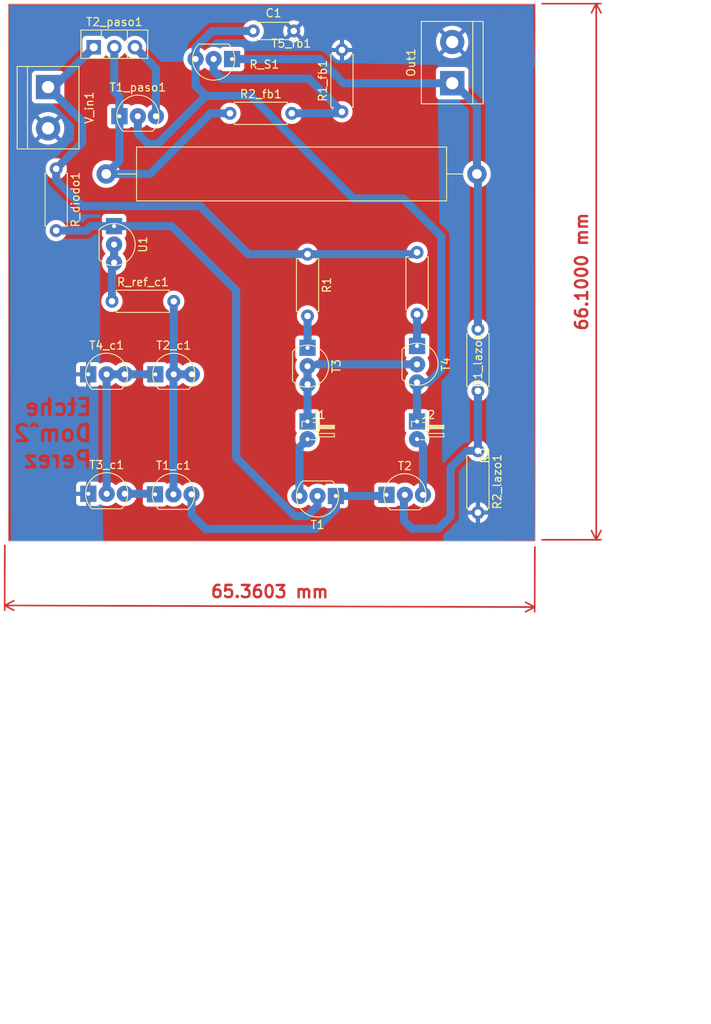
<source format=kicad_pcb>
(kicad_pcb (version 20240108) (generator "pcbnew") (generator_version "8.0")
  (layers (0 "F.Cu" signal) (31 "B.Cu" signal) (34 "B.Paste" user) (35 "F.Paste" user) (36 "B.SilkS" user "B.Silkscreen") (37 "F.SilkS" user "F.Silkscreen") (38 "B.Mask" user) (39 "F.Mask" user) (44 "Edge.Cuts" user))
  (net 0 "")
  (net 1 "GND")
  (net 2 "Net-(J2-Pin_1)")
  (net 3 "Net-(J1-Pin_2)")
  (net 4 "Net-(J1-Pin_1)")
  (net 5 "Net-(J2-Pin_2)")
  (net 6 "Net-(Out1-Pin_1)")
  (net 7 "Net-(T3-E)")
  (net 8 "Net-(T2_paso1-E)")
  (net 9 "Net-(T5_fb1-B)")
  (net 10 "Net-(T2-B)")
  (net 11 "Net-(T4-E)")
  (net 12 "Net-(T1_paso1-E)")
  (net 13 "Net-(R_ref_c1-Pad1)")
  (net 14 "Net-(T1_c1-B)")
  (net 15 "Net-(T1-B)")
  (net 16 "Net-(T1-E)")
  (net 17 "Net-(T1_c1-E)")
  (net 18 "Net-(T1_paso1-C)")
  (net 19 "Net-(T2_c1-E)")
  (footprint "Package_TO_SOT_THT:TO-92_Inline" (layer "F.Cu") (at 163.13 75.6 180)
    (property "Reference" "T5_fb1" (at -8.3 1.92 0) (layer "F.SilkS"))
    (property "Value" "2N3904")
    (fp_line (start -0.53 1.85) (end 3.07 1.85) (stroke (width 0.12)) (layer "F.SilkS"))
    (fp_arc (start 1.27 -2.6) (mid 3.672087 -0.994977) (end 3.108478 1.838478) (stroke (width 0.12)) (layer "F.SilkS"))
    (fp_arc (start -0.568478 1.838478) (mid -1.132087 -0.994977) (end 1.27 -2.6) (stroke (width 0.12)) (layer "F.SilkS"))
    (pad "1" thru_hole rect (at -1 0 180) (size 2 2) (drill 0.5) (layers "*.Cu" "*.Mask") (net 6 "Net-(Out1-Pin_1)"))
    (pad "2" thru_hole oval (at 1.27 0 180) (size 2 2) (drill 0.75) (layers "*.Cu" "*.Mask") (net 9 "Net-(T5_fb1-B)"))
    (pad "3" thru_hole oval (at 3.5 0 180) (size 2 2) (drill 0.75) (layers "*.Cu" "*.Mask") (net 2 "Net-(J2-Pin_1)"))
  )
  (footprint "Package_TO_SOT_THT:TO-92_Inline" (layer "F.Cu") (at 186.94 111.97 -90)
    (property "Reference" "T4" (at 1.27 -3.56 90) (layer "F.SilkS"))
    (property "Value" "2N3906")
    (fp_line (start -0.53 1.85) (end 3.07 1.85) (stroke (width 0.12)) (layer "F.SilkS"))
    (fp_arc (start -0.568478 1.838478) (mid -1.132087 -0.994977) (end 1.27 -2.6) (stroke (width 0.12)) (layer "F.SilkS"))
    (fp_arc (start 1.27 -2.6) (mid 3.672087 -0.994977) (end 3.108478 1.838478) (stroke (width 0.12)) (layer "F.SilkS"))
    (pad "1" thru_hole rect (at -1 0 270) (size 2 2) (drill 0.5) (layers "*.Cu" "*.Mask") (net 11 "Net-(T4-E)"))
    (pad "2" thru_hole oval (at 1.27 0 270) (size 2 2) (drill 0.75) (layers "*.Cu" "*.Mask") (net 4 "Net-(J1-Pin_1)"))
    (pad "3" thru_hole oval (at 3.5 0 270) (size 2 2) (drill 0.75) (layers "*.Cu" "*.Mask") (net 2 "Net-(J2-Pin_1)"))
  )
  (footprint "TerminalBlock:TerminalBlock_bornier-2_P5.08mm" (layer "F.Cu") (at 191.28 78.58 90)
    (property "Reference" "Out1" (at 2.54 -5.08 90) (layer "F.SilkS"))
    (property "Value" "Conn_01x02_Female")
    (fp_line (start 7.62 -3.81) (end -2.54 -3.81) (stroke (width 0.12)) (layer "F.SilkS"))
    (fp_line (start -2.54 -3.81) (end -2.54 3.81) (stroke (width 0.12)) (layer "F.SilkS"))
    (fp_line (start 7.62 2.54) (end -2.54 2.54) (stroke (width 0.12)) (layer "F.SilkS"))
    (fp_line (start 7.62 3.81) (end 7.62 -3.81) (stroke (width 0.12)) (layer "F.SilkS"))
    (fp_line (start -2.54 3.81) (end 7.62 3.81) (stroke (width 0.12)) (layer "F.SilkS"))
    (pad "1" thru_hole rect (at 0 0 90) (size 3 3) (drill 1.52) (layers "*.Cu" "*.Mask") (net 6 "Net-(Out1-Pin_1)"))
    (pad "2" thru_hole circle (at 5.08 0 90) (size 3 3) (drill 1.52) (layers "*.Cu" "*.Mask") (net 1 "GND"))
  )
  (footprint "Resistor_THT:R_Axial_Power_L38.0mm_W6.4mm_P45.72mm" (layer "F.Cu") (at 148.61 89.77)
    (property "Reference" "R_S1" (at 19.5 -13.5 0) (layer "F.SilkS"))
    (property "Value" "2")
    (fp_line (start 1.44 0) (end 3.74 0) (stroke (width 0.12)) (layer "F.SilkS"))
    (fp_line (start 3.74 -3.32) (end 3.74 3.32) (stroke (width 0.12)) (layer "F.SilkS"))
    (fp_line (start 3.74 3.32) (end 41.98 3.32) (stroke (width 0.12)) (layer "F.SilkS"))
    (fp_line (start 41.98 -3.32) (end 3.74 -3.32) (stroke (width 0.12)) (layer "F.SilkS"))
    (fp_line (start 41.98 3.32) (end 41.98 -3.32) (stroke (width 0.12)) (layer "F.SilkS"))
    (fp_line (start 44.28 0) (end 41.98 0) (stroke (width 0.12)) (layer "F.SilkS"))
    (pad "1" thru_hole circle (at 0 0) (size 2.4 2.4) (drill 1.2) (layers "*.Cu" "*.Mask") (net 12 "Net-(T1_paso1-E)"))
    (pad "2" thru_hole oval (at 45.72 0) (size 2.4 2.4) (drill 1.2) (layers "*.Cu" "*.Mask") (net 6 "Net-(Out1-Pin_1)"))
  )
  (footprint "Capacitor_THT:C_Disc_D4.3mm_W1.9mm_P5.00mm" (layer "F.Cu") (at 166.74 72.14)
    (property "Reference" "C1" (at 2.5 -2.2 0) (layer "F.SilkS"))
    (property "Value" "68n")
    (fp_line (start 0.23 -1.07) (end 0.23 -1.055) (stroke (width 0.12)) (layer "F.SilkS"))
    (fp_line (start 0.23 -1.07) (end 4.77 -1.07) (stroke (width 0.12)) (layer "F.SilkS"))
    (fp_line (start 0.23 1.055) (end 0.23 1.07) (stroke (width 0.12)) (layer "F.SilkS"))
    (fp_line (start 0.23 1.07) (end 4.77 1.07) (stroke (width 0.12)) (layer "F.SilkS"))
    (fp_line (start 4.77 -1.07) (end 4.77 -1.055) (stroke (width 0.12)) (layer "F.SilkS"))
    (fp_line (start 4.77 1.055) (end 4.77 1.07) (stroke (width 0.12)) (layer "F.SilkS"))
    (pad "1" thru_hole circle (at 0 0) (size 1.6 1.6) (drill 0.8) (layers "*.Cu" "*.Mask") (net 2 "Net-(J2-Pin_1)"))
    (pad "2" thru_hole circle (at 5 0) (size 1.6 1.6) (drill 0.8) (layers "*.Cu" "*.Mask") (net 1 "GND"))
  )
  (footprint "Package_TO_SOT_THT:TO-92_Inline" (layer "F.Cu") (at 155.63 129.27)
    (property "Reference" "T1_c1" (at 1.27 -3.56 0) (layer "F.SilkS"))
    (property "Value" "2N3904")
    (fp_line (start -0.53 1.85) (end 3.07 1.85) (stroke (width 0.12)) (layer "F.SilkS"))
    (fp_arc (start -0.568478 1.838478) (mid -1.132087 -0.994977) (end 1.27 -2.6) (stroke (width 0.12)) (layer "F.SilkS"))
    (fp_arc (start 1.27 -2.6) (mid 3.672087 -0.994977) (end 3.108478 1.838478) (stroke (width 0.12)) (layer "F.SilkS"))
    (pad "1" thru_hole rect (at -1 0) (size 2 2) (drill 0.5) (layers "*.Cu" "*.Mask") (net 17 "Net-(T1_c1-E)"))
    (pad "2" thru_hole oval (at 1.27 0) (size 2 2) (drill 0.75) (layers "*.Cu" "*.Mask") (net 14 "Net-(T1_c1-B)"))
    (pad "3" thru_hole oval (at 3.5 0) (size 2 2) (drill 0.75) (layers "*.Cu" "*.Mask") (net 16 "Net-(T1-E)"))
  )
  (footprint "Resistor_THT:R_Axial_DIN0207_L6.3mm_D2.5mm_P7.62mm_Horizontal" (layer "F.Cu") (at 177.68 82.1 90)
    (property "Reference" "R1_fb1" (at 3.81 -2.37 90) (layer "F.SilkS"))
    (property "Value" "2.32K")
    (fp_line (start 7.08 -1.37) (end 7.08 -1.04) (stroke (width 0.12)) (layer "F.SilkS"))
    (fp_line (start 0.54 -1.37) (end 7.08 -1.37) (stroke (width 0.12)) (layer "F.SilkS"))
    (fp_line (start 0.54 -1.04) (end 0.54 -1.37) (stroke (width 0.12)) (layer "F.SilkS"))
    (fp_line (start 0.54 1.04) (end 0.54 1.37) (stroke (width 0.12)) (layer "F.SilkS"))
    (fp_line (start 7.08 1.37) (end 7.08 1.04) (stroke (width 0.12)) (layer "F.SilkS"))
    (fp_line (start 0.54 1.37) (end 7.08 1.37) (stroke (width 0.12)) (layer "F.SilkS"))
    (pad "1" thru_hole circle (at 0 0 90) (size 1.6 1.6) (drill 0.8) (layers "*.Cu" "*.Mask") (net 9 "Net-(T5_fb1-B)"))
    (pad "2" thru_hole oval (at 7.62 0 90) (size 1.6 1.6) (drill 0.8) (layers "*.Cu" "*.Mask") (net 1 "GND"))
  )
  (footprint "Package_TO_SOT_THT:TO-126-3_Vertical" (layer "F.Cu") (at 147.07 74.145)
    (property "Reference" "T2_paso1" (at 2.54 -3.12 0) (layer "F.SilkS"))
    (property "Value" "TIP32C")
    (fp_line (start -1.58 -2.12) (end -1.58 1.37) (stroke (width 0.12)) (layer "F.SilkS"))
    (fp_line (start -1.58 -2.12) (end 6.66 -2.12) (stroke (width 0.12)) (layer "F.SilkS"))
    (fp_line (start -1.58 1.37) (end 6.66 1.37) (stroke (width 0.12)) (layer "F.SilkS"))
    (fp_line (start 0.94 -2.12) (end 0.94 -1.05) (stroke (width 0.12)) (layer "F.SilkS"))
    (fp_line (start 0.94 1.05) (end 0.94 1.37) (stroke (width 0.12)) (layer "F.SilkS"))
    (fp_line (start 4.141 -2.12) (end 4.141 -0.54) (stroke (width 0.12)) (layer "F.SilkS"))
    (fp_line (start 4.141 0.54) (end 4.141 1.37) (stroke (width 0.12)) (layer "F.SilkS"))
    (fp_line (start 6.66 -2.12) (end 6.66 1.37) (stroke (width 0.12)) (layer "F.SilkS"))
    (pad "1" thru_hole rect (at 0 0) (size 1.8 1.8) (drill 1) (layers "*.Cu" "*.Mask") (net 8 "Net-(T2_paso1-E)"))
    (pad "2" thru_hole oval (at 2.54 0) (size 1.8 1.8) (drill 1) (layers "*.Cu" "*.Mask") (net 12 "Net-(T1_paso1-E)"))
    (pad "3" thru_hole oval (at 5.08 0) (size 1.8 1.8) (drill 1) (layers "*.Cu" "*.Mask") (net 18 "Net-(T1_paso1-C)"))
  )
  (footprint "Resistor_THT:R_Axial_DIN0207_L6.3mm_D2.5mm_P7.62mm_Horizontal" (layer "F.Cu") (at 194.45 108.9 -90)
    (property "Reference" "R1_lazo1" (at 3.81 0 90) (layer "F.SilkS"))
    (property "Value" "100K")
    (fp_line (start 0.54 1.37) (end 7.08 1.37) (stroke (width 0.12)) (layer "F.SilkS"))
    (fp_line (start 7.08 1.37) (end 7.08 1.04) (stroke (width 0.12)) (layer "F.SilkS"))
    (fp_line (start 0.54 1.04) (end 0.54 1.37) (stroke (width 0.12)) (layer "F.SilkS"))
    (fp_line (start 0.54 -1.04) (end 0.54 -1.37) (stroke (width 0.12)) (layer "F.SilkS"))
    (fp_line (start 0.54 -1.37) (end 7.08 -1.37) (stroke (width 0.12)) (layer "F.SilkS"))
    (fp_line (start 7.08 -1.37) (end 7.08 -1.04) (stroke (width 0.12)) (layer "F.SilkS"))
    (pad "1" thru_hole circle (at 0 0 270) (size 1.6 1.6) (drill 0.8) (layers "*.Cu" "*.Mask") (net 6 "Net-(Out1-Pin_1)"))
    (pad "2" thru_hole oval (at 7.62 0 270) (size 1.6 1.6) (drill 0.8) (layers "*.Cu" "*.Mask") (net 10 "Net-(T2-B)"))
  )
  (footprint "Package_TO_SOT_THT:TO-92_Inline" (layer "F.Cu") (at 173.44 112.2 -90)
    (property "Reference" "T3" (at 1.27 -3.56 90) (layer "F.SilkS"))
    (property "Value" "2N3906")
    (fp_line (start -0.53 1.85) (end 3.07 1.85) (stroke (width 0.12)) (layer "F.SilkS"))
    (fp_arc (start -0.568478 1.838478) (mid -1.132087 -0.994977) (end 1.27 -2.6) (stroke (width 0.12)) (layer "F.SilkS"))
    (fp_arc (start 1.27 -2.6) (mid 3.672087 -0.994977) (end 3.108478 1.838478) (stroke (width 0.12)) (layer "F.SilkS"))
    (pad "1" thru_hole rect (at -1 0 270) (size 2 2) (drill 0.5) (layers "*.Cu" "*.Mask") (net 7 "Net-(T3-E)"))
    (pad "2" thru_hole oval (at 1.27 0 270) (size 2 2) (drill 0.75) (layers "*.Cu" "*.Mask") (net 4 "Net-(J1-Pin_1)"))
    (pad "3" thru_hole oval (at 3.5 0 270) (size 2 2) (drill 0.75) (layers "*.Cu" "*.Mask") (net 4 "Net-(J1-Pin_1)"))
  )
  (footprint "Resistor_THT:R_Axial_DIN0207_L6.3mm_D2.5mm_P7.62mm_Horizontal" (layer "F.Cu") (at 173.44 99.66 -90)
    (property "Reference" "R1" (at 3.81 -2.37 90) (layer "F.SilkS"))
    (property "Value" "2.2K")
    (fp_line (start 0.54 1.37) (end 7.08 1.37) (stroke (width 0.12)) (layer "F.SilkS"))
    (fp_line (start 7.08 1.37) (end 7.08 1.04) (stroke (width 0.12)) (layer "F.SilkS"))
    (fp_line (start 0.54 1.04) (end 0.54 1.37) (stroke (width 0.12)) (layer "F.SilkS"))
    (fp_line (start 0.54 -1.04) (end 0.54 -1.37) (stroke (width 0.12)) (layer "F.SilkS"))
    (fp_line (start 0.54 -1.37) (end 7.08 -1.37) (stroke (width 0.12)) (layer "F.SilkS"))
    (fp_line (start 7.08 -1.37) (end 7.08 -1.04) (stroke (width 0.12)) (layer "F.SilkS"))
    (pad "1" thru_hole circle (at 0 0 270) (size 1.6 1.6) (drill 0.8) (layers "*.Cu" "*.Mask") (net 8 "Net-(T2_paso1-E)"))
    (pad "2" thru_hole oval (at 7.62 0 270) (size 1.6 1.6) (drill 0.8) (layers "*.Cu" "*.Mask") (net 7 "Net-(T3-E)"))
  )
  (footprint "Connector_PinHeader_1.00mm:PinHeader_1x02_P1.00mm_Horizontal" (layer "F.Cu") (at 173.44 120.97)
    (property "Reference" "J1" (at 1.375 -1.5 0) (layer "F.SilkS"))
    (property "Value" "Conn_01x02_Male")
    (fp_line (start -0.685 -0.685) (end 0 -0.685) (stroke (width 0.12)) (layer "F.SilkS"))
    (fp_line (start -0.685 0) (end -0.685 -0.685) (stroke (width 0.12)) (layer "F.SilkS"))
    (fp_line (start 0.685 -0.56) (end 1.31 -0.56) (stroke (width 0.12)) (layer "F.SilkS"))
    (fp_line (start 0.685 0.5) (end 1.31 0.5) (stroke (width 0.12)) (layer "F.SilkS"))
    (fp_line (start 1.31 -0.56) (end 1.31 1.56) (stroke (width 0.12)) (layer "F.SilkS"))
    (fp_line (start 1.31 -0.21) (end 3.31 -0.21) (stroke (width 0.12)) (layer "F.SilkS"))
    (fp_line (start 1.31 -0.15) (end 3.31 -0.15) (stroke (width 0.12)) (layer "F.SilkS"))
    (fp_line (start 1.31 -0.03) (end 3.31 -0.03) (stroke (width 0.12)) (layer "F.SilkS"))
    (fp_line (start 1.31 0.09) (end 3.31 0.09) (stroke (width 0.12)) (layer "F.SilkS"))
    (fp_line (start 1.31 0.79) (end 3.31 0.79) (stroke (width 0.12)) (layer "F.SilkS"))
    (fp_line (start 1.31 1.56) (end 0.394493 1.56) (stroke (width 0.12)) (layer "F.SilkS"))
    (fp_line (start 3.31 -0.21) (end 3.31 0.21) (stroke (width 0.12)) (layer "F.SilkS"))
    (fp_line (start 3.31 0.21) (end 1.31 0.21) (stroke (width 0.12)) (layer "F.SilkS"))
    (fp_line (start 3.31 0.79) (end 3.31 1.21) (stroke (width 0.12)) (layer "F.SilkS"))
    (fp_line (start 3.31 1.21) (end 1.31 1.21) (stroke (width 0.12)) (layer "F.SilkS"))
    (pad "1" thru_hole rect (at 0 -0.685) (size 2 2) (drill 0.5) (layers "*.Cu" "*.Mask") (net 4 "Net-(J1-Pin_1)"))
    (pad "2" thru_hole oval (at 0 1.5) (size 2 2) (drill 0.5) (layers "*.Cu" "*.Mask") (net 3 "Net-(J1-Pin_2)"))
  )
  (footprint "Connector_PinHeader_1.00mm:PinHeader_1x02_P1.00mm_Horizontal" (layer "F.Cu") (at 186.94 120.97)
    (property "Reference" "J2" (at 1.375 -1.5 0) (layer "F.SilkS"))
    (property "Value" "Conn_01x02_Male")
    (fp_line (start -0.685 -0.685) (end 0 -0.685) (stroke (width 0.12)) (layer "F.SilkS"))
    (fp_line (start -0.685 0) (end -0.685 -0.685) (stroke (width 0.12)) (layer "F.SilkS"))
    (fp_line (start 0.685 -0.56) (end 1.31 -0.56) (stroke (width 0.12)) (layer "F.SilkS"))
    (fp_line (start 0.685 0.5) (end 1.31 0.5) (stroke (width 0.12)) (layer "F.SilkS"))
    (fp_line (start 1.31 -0.56) (end 1.31 1.56) (stroke (width 0.12)) (layer "F.SilkS"))
    (fp_line (start 1.31 -0.21) (end 3.31 -0.21) (stroke (width 0.12)) (layer "F.SilkS"))
    (fp_line (start 1.31 -0.15) (end 3.31 -0.15) (stroke (width 0.12)) (layer "F.SilkS"))
    (fp_line (start 1.31 -0.03) (end 3.31 -0.03) (stroke (width 0.12)) (layer "F.SilkS"))
    (fp_line (start 1.31 0.09) (end 3.31 0.09) (stroke (width 0.12)) (layer "F.SilkS"))
    (fp_line (start 1.31 0.79) (end 3.31 0.79) (stroke (width 0.12)) (layer "F.SilkS"))
    (fp_line (start 1.31 1.56) (end 0.394493 1.56) (stroke (width 0.12)) (layer "F.SilkS"))
    (fp_line (start 3.31 -0.21) (end 3.31 0.21) (stroke (width 0.12)) (layer "F.SilkS"))
    (fp_line (start 3.31 0.21) (end 1.31 0.21) (stroke (width 0.12)) (layer "F.SilkS"))
    (fp_line (start 3.31 0.79) (end 3.31 1.21) (stroke (width 0.12)) (layer "F.SilkS"))
    (fp_line (start 3.31 1.21) (end 1.31 1.21) (stroke (width 0.12)) (layer "F.SilkS"))
    (pad "1" thru_hole rect (at 0 -0.685) (size 2 2) (drill 0.5) (layers "*.Cu" "*.Mask") (net 2 "Net-(J2-Pin_1)"))
    (pad "2" thru_hole oval (at 0 1.5) (size 2 2) (drill 0.5) (layers "*.Cu" "*.Mask") (net 5 "Net-(J2-Pin_2)"))
  )
  (footprint "Resistor_THT:R_Axial_DIN0207_L6.3mm_D2.5mm_P7.62mm_Horizontal" (layer "F.Cu") (at 186.94 99.44 -90)
    (property "Reference" "R2" (at 25.05 -8.38 90) (layer "F.SilkS"))
    (property "Value" "2.2K")
    (fp_line (start 0.54 1.37) (end 7.08 1.37) (stroke (width 0.12)) (layer "F.SilkS"))
    (fp_line (start 7.08 1.37) (end 7.08 1.04) (stroke (width 0.12)) (layer "F.SilkS"))
    (fp_line (start 0.54 1.04) (end 0.54 1.37) (stroke (width 0.12)) (layer "F.SilkS"))
    (fp_line (start 0.54 -1.04) (end 0.54 -1.37) (stroke (width 0.12)) (layer "F.SilkS"))
    (fp_line (start 0.54 -1.37) (end 7.08 -1.37) (stroke (width 0.12)) (layer "F.SilkS"))
    (fp_line (start 7.08 -1.37) (end 7.08 -1.04) (stroke (width 0.12)) (layer "F.SilkS"))
    (pad "1" thru_hole circle (at 0 0 270) (size 1.6 1.6) (drill 0.8) (layers "*.Cu" "*.Mask") (net 8 "Net-(T2_paso1-E)"))
    (pad "2" thru_hole oval (at 7.62 0 270) (size 1.6 1.6) (drill 0.8) (layers "*.Cu" "*.Mask") (net 11 "Net-(T4-E)"))
  )
  (footprint "Package_TO_SOT_THT:TO-92_Inline" (layer "F.Cu") (at 184.17 129.33)
    (property "Reference" "T2" (at 1.27 -3.56 0) (layer "F.SilkS"))
    (property "Value" "2N3904")
    (fp_line (start -0.53 1.85) (end 3.07 1.85) (stroke (width 0.12)) (layer "F.SilkS"))
    (fp_arc (start -0.568478 1.838478) (mid -1.132087 -0.994977) (end 1.27 -2.6) (stroke (width 0.12)) (layer "F.SilkS"))
    (fp_arc (start 1.27 -2.6) (mid 3.672087 -0.994977) (end 3.108478 1.838478) (stroke (width 0.12)) (layer "F.SilkS"))
    (pad "1" thru_hole rect (at -1 0) (size 2 2) (drill 0.5) (layers "*.Cu" "*.Mask") (net 16 "Net-(T1-E)"))
    (pad "2" thru_hole oval (at 1.27 0) (size 2 2) (drill 0.75) (layers "*.Cu" "*.Mask") (net 10 "Net-(T2-B)"))
    (pad "3" thru_hole oval (at 3.5 0) (size 2 2) (drill 0.75) (layers "*.Cu" "*.Mask") (net 5 "Net-(J2-Pin_2)"))
  )
  (footprint "Package_TO_SOT_THT:TO-92_Inline" (layer "F.Cu") (at 147.4 129.2)
    (property "Reference" "T3_c1" (at 1.27 -3.56 0) (layer "F.SilkS"))
    (property "Value" "2N3904")
    (fp_line (start -0.53 1.85) (end 3.07 1.85) (stroke (width 0.12)) (layer "F.SilkS"))
    (fp_arc (start -0.568478 1.838478) (mid -1.132087 -0.994977) (end 1.27 -2.6) (stroke (width 0.12)) (layer "F.SilkS"))
    (fp_arc (start 1.27 -2.6) (mid 3.672087 -0.994977) (end 3.108478 1.838478) (stroke (width 0.12)) (layer "F.SilkS"))
    (pad "1" thru_hole rect (at -1 0) (size 2 2) (drill 0.5) (layers "*.Cu" "*.Mask") (net 1 "GND"))
    (pad "2" thru_hole oval (at 1.27 0) (size 2 2) (drill 0.75) (layers "*.Cu" "*.Mask") (net 19 "Net-(T2_c1-E)"))
    (pad "3" thru_hole oval (at 3.5 0) (size 2 2) (drill 0.75) (layers "*.Cu" "*.Mask") (net 17 "Net-(T1_c1-E)"))
  )
  (footprint "Resistor_THT:R_Axial_DIN0207_L6.3mm_D2.5mm_P7.62mm_Horizontal" (layer "F.Cu") (at 149.32 105.47)
    (property "Reference" "R_ref_c1" (at 3.81 -2.37 0) (layer "F.SilkS"))
    (property "Value" "3K")
    (fp_line (start 0.54 -1.37) (end 7.08 -1.37) (stroke (width 0.12)) (layer "F.SilkS"))
    (fp_line (start 0.54 -1.04) (end 0.54 -1.37) (stroke (width 0.12)) (layer "F.SilkS"))
    (fp_line (start 0.54 1.04) (end 0.54 1.37) (stroke (width 0.12)) (layer "F.SilkS"))
    (fp_line (start 0.54 1.37) (end 7.08 1.37) (stroke (width 0.12)) (layer "F.SilkS"))
    (fp_line (start 7.08 -1.37) (end 7.08 -1.04) (stroke (width 0.12)) (layer "F.SilkS"))
    (fp_line (start 7.08 1.37) (end 7.08 1.04) (stroke (width 0.12)) (layer "F.SilkS"))
    (pad "1" thru_hole circle (at 0 0) (size 1.6 1.6) (drill 0.8) (layers "*.Cu" "*.Mask") (net 13 "Net-(R_ref_c1-Pad1)"))
    (pad "2" thru_hole oval (at 7.62 0) (size 1.6 1.6) (drill 0.8) (layers "*.Cu" "*.Mask") (net 14 "Net-(T1_c1-B)"))
  )
  (footprint "Resistor_THT:R_Axial_DIN0207_L6.3mm_D2.5mm_P7.62mm_Horizontal" (layer "F.Cu") (at 142.44 89.13 -90)
    (property "Reference" "R_diodo1" (at 3.81 -2.37 90) (layer "F.SilkS"))
    (property "Value" "2.3K")
    (fp_line (start 0.54 1.37) (end 7.08 1.37) (stroke (width 0.12)) (layer "F.SilkS"))
    (fp_line (start 7.08 1.37) (end 7.08 1.04) (stroke (width 0.12)) (layer "F.SilkS"))
    (fp_line (start 0.54 1.04) (end 0.54 1.37) (stroke (width 0.12)) (layer "F.SilkS"))
    (fp_line (start 0.54 -1.04) (end 0.54 -1.37) (stroke (width 0.12)) (layer "F.SilkS"))
    (fp_line (start 0.54 -1.37) (end 7.08 -1.37) (stroke (width 0.12)) (layer "F.SilkS"))
    (fp_line (start 7.08 -1.37) (end 7.08 -1.04) (stroke (width 0.12)) (layer "F.SilkS"))
    (pad "1" thru_hole circle (at 0 0 270) (size 1.6 1.6) (drill 0.8) (layers "*.Cu" "*.Mask") (net 8 "Net-(T2_paso1-E)"))
    (pad "2" thru_hole oval (at 7.62 0 270) (size 1.6 1.6) (drill 0.8) (layers "*.Cu" "*.Mask") (net 15 "Net-(T1-B)"))
  )
  (footprint "Package_TO_SOT_THT:TO-92_Inline" (layer "F.Cu") (at 175.94 129.47 180)
    (property "Reference" "T1" (at 1.27 -3.56 0) (layer "F.SilkS"))
    (property "Value" "2N3904")
    (fp_line (start -0.53 1.85) (end 3.07 1.85) (stroke (width 0.12)) (layer "F.SilkS"))
    (fp_arc (start 1.27 -2.6) (mid 3.672087 -0.994977) (end 3.108478 1.838478) (stroke (width 0.12)) (layer "F.SilkS"))
    (fp_arc (start -0.568478 1.838478) (mid -1.132087 -0.994977) (end 1.27 -2.6) (stroke (width 0.12)) (layer "F.SilkS"))
    (pad "1" thru_hole rect (at -1 0 180) (size 2 2) (drill 0.5) (layers "*.Cu" "*.Mask") (net 16 "Net-(T1-E)"))
    (pad "2" thru_hole oval (at 1.27 0 180) (size 2 2) (drill 0.75) (layers "*.Cu" "*.Mask") (net 15 "Net-(T1-B)"))
    (pad "3" thru_hole oval (at 3.5 0 180) (size 2 2) (drill 0.75) (layers "*.Cu" "*.Mask") (net 3 "Net-(J1-Pin_2)"))
  )
  (footprint "Package_TO_SOT_THT:TO-92_Inline" (layer "F.Cu") (at 147.39 114.47)
    (property "Reference" "T4_c1" (at 1.27 -3.56 0) (layer "F.SilkS"))
    (property "Value" "2N3904")
    (fp_line (start -0.53 1.85) (end 3.07 1.85) (stroke (width 0.12)) (layer "F.SilkS"))
    (fp_arc (start -0.568478 1.838478) (mid -1.132087 -0.994977) (end 1.27 -2.6) (stroke (width 0.12)) (layer "F.SilkS"))
    (fp_arc (start 1.27 -2.6) (mid 3.672087 -0.994977) (end 3.108478 1.838478) (stroke (width 0.12)) (layer "F.SilkS"))
    (pad "1" thru_hole rect (at -1 0) (size 2 2) (drill 0.5) (layers "*.Cu" "*.Mask") (net 1 "GND"))
    (pad "2" thru_hole oval (at 1.27 0) (size 2 2) (drill 0.75) (layers "*.Cu" "*.Mask") (net 19 "Net-(T2_c1-E)"))
    (pad "3" thru_hole oval (at 3.5 0) (size 2 2) (drill 0.75) (layers "*.Cu" "*.Mask") (net 19 "Net-(T2_c1-E)"))
  )
  (footprint "Resistor_THT:R_Axial_DIN0207_L6.3mm_D2.5mm_P7.62mm_Horizontal" (layer "F.Cu") (at 194.45 123.9 -90)
    (property "Reference" "R2_lazo1" (at 3.81 -2.37 90) (layer "F.SilkS"))
    (property "Value" "100K")
    (fp_line (start 0.54 1.37) (end 7.08 1.37) (stroke (width 0.12)) (layer "F.SilkS"))
    (fp_line (start 7.08 1.37) (end 7.08 1.04) (stroke (width 0.12)) (layer "F.SilkS"))
    (fp_line (start 0.54 1.04) (end 0.54 1.37) (stroke (width 0.12)) (layer "F.SilkS"))
    (fp_line (start 0.54 -1.04) (end 0.54 -1.37) (stroke (width 0.12)) (layer "F.SilkS"))
    (fp_line (start 0.54 -1.37) (end 7.08 -1.37) (stroke (width 0.12)) (layer "F.SilkS"))
    (fp_line (start 7.08 -1.37) (end 7.08 -1.04) (stroke (width 0.12)) (layer "F.SilkS"))
    (pad "1" thru_hole circle (at 0 0 270) (size 1.6 1.6) (drill 0.8) (layers "*.Cu" "*.Mask") (net 10 "Net-(T2-B)"))
    (pad "2" thru_hole oval (at 7.62 0 270) (size 1.6 1.6) (drill 0.8) (layers "*.Cu" "*.Mask") (net 1 "GND"))
  )
  (footprint "TerminalBlock:TerminalBlock_bornier-2_P5.08mm" (layer "F.Cu") (at 141.44 79.06 -90)
    (property "Reference" "V_in1" (at 2.54 -5.08 90) (layer "F.SilkS"))
    (property "Value" "9.5")
    (fp_line (start -2.54 3.81) (end 7.62 3.81) (stroke (width 0.12)) (layer "F.SilkS"))
    (fp_line (start 7.62 3.81) (end 7.62 -3.81) (stroke (width 0.12)) (layer "F.SilkS"))
    (fp_line (start 7.62 2.54) (end -2.54 2.54) (stroke (width 0.12)) (layer "F.SilkS"))
    (fp_line (start -2.54 -3.81) (end -2.54 3.81) (stroke (width 0.12)) (layer "F.SilkS"))
    (fp_line (start 7.62 -3.81) (end -2.54 -3.81) (stroke (width 0.12)) (layer "F.SilkS"))
    (pad "1" thru_hole rect (at 0 0 270) (size 3 3) (drill 1.52) (layers "*.Cu" "*.Mask") (net 8 "Net-(T2_paso1-E)"))
    (pad "2" thru_hole circle (at 5.08 0 270) (size 3 3) (drill 1.52) (layers "*.Cu" "*.Mask") (net 1 "GND"))
  )
  (footprint "Package_TO_SOT_THT:TO-92_Inline" (layer "F.Cu") (at 151.24 82.65)
    (property "Reference" "T1_paso1" (at 1.27 -3.56 0) (layer "F.SilkS"))
    (property "Value" "2N3904")
    (fp_line (start -0.53 1.85) (end 3.07 1.85) (stroke (width 0.12)) (layer "F.SilkS"))
    (fp_arc (start -0.568478 1.838478) (mid -1.132087 -0.994977) (end 1.27 -2.6) (stroke (width 0.12)) (layer "F.SilkS"))
    (fp_arc (start 1.27 -2.6) (mid 3.672087 -0.994977) (end 3.108478 1.838478) (stroke (width 0.12)) (layer "F.SilkS"))
    (pad "1" thru_hole rect (at -1 0) (size 2 2) (drill 0.5) (layers "*.Cu" "*.Mask") (net 12 "Net-(T1_paso1-E)"))
    (pad "2" thru_hole oval (at 1.27 0) (size 2 2) (drill 0.75) (layers "*.Cu" "*.Mask") (net 2 "Net-(J2-Pin_1)"))
    (pad "3" thru_hole oval (at 3.5 0) (size 2 2) (drill 0.75) (layers "*.Cu" "*.Mask") (net 18 "Net-(T1_paso1-C)"))
  )
  (footprint "Resistor_THT:R_Axial_DIN0207_L6.3mm_D2.5mm_P7.62mm_Horizontal" (layer "F.Cu") (at 163.87 82.29)
    (property "Reference" "R2_fb1" (at 3.81 -2.37 0) (layer "F.SilkS"))
    (property "Value" "1K")
    (fp_line (start 0.54 -1.37) (end 7.08 -1.37) (stroke (width 0.12)) (layer "F.SilkS"))
    (fp_line (start 0.54 -1.04) (end 0.54 -1.37) (stroke (width 0.12)) (layer "F.SilkS"))
    (fp_line (start 0.54 1.04) (end 0.54 1.37) (stroke (width 0.12)) (layer "F.SilkS"))
    (fp_line (start 0.54 1.37) (end 7.08 1.37) (stroke (width 0.12)) (layer "F.SilkS"))
    (fp_line (start 7.08 -1.37) (end 7.08 -1.04) (stroke (width 0.12)) (layer "F.SilkS"))
    (fp_line (start 7.08 1.37) (end 7.08 1.04) (stroke (width 0.12)) (layer "F.SilkS"))
    (pad "1" thru_hole circle (at 0 0) (size 1.6 1.6) (drill 0.8) (layers "*.Cu" "*.Mask") (net 12 "Net-(T1_paso1-E)"))
    (pad "2" thru_hole oval (at 7.62 0) (size 1.6 1.6) (drill 0.8) (layers "*.Cu" "*.Mask") (net 9 "Net-(T5_fb1-B)"))
  )
  (footprint "Package_TO_SOT_THT:TO-92_Inline" (layer "F.Cu") (at 155.67 114.47)
    (property "Reference" "T2_c1" (at 1.27 -3.56 0) (layer "F.SilkS"))
    (property "Value" "2N3904")
    (fp_line (start -0.53 1.85) (end 3.07 1.85) (stroke (width 0.12)) (layer "F.SilkS"))
    (fp_arc (start -0.568478 1.838478) (mid -1.132087 -0.994977) (end 1.27 -2.6) (stroke (width 0.12)) (layer "F.SilkS"))
    (fp_arc (start 1.27 -2.6) (mid 3.672087 -0.994977) (end 3.108478 1.838478) (stroke (width 0.12)) (layer "F.SilkS"))
    (pad "1" thru_hole rect (at -1 0) (size 2 2) (drill 0.5) (layers "*.Cu" "*.Mask") (net 19 "Net-(T2_c1-E)"))
    (pad "2" thru_hole oval (at 1.27 0) (size 2 2) (drill 0.75) (layers "*.Cu" "*.Mask") (net 14 "Net-(T1_c1-B)"))
    (pad "3" thru_hole oval (at 3.5 0) (size 2 2) (drill 0.75) (layers "*.Cu" "*.Mask") (net 14 "Net-(T1_c1-B)"))
  )
  (footprint "Package_TO_SOT_THT:TO-92_Inline" (layer "F.Cu") (at 149.58 97.2 -90)
    (property "Reference" "U1" (at 1.27 -3.56 90) (layer "F.SilkS"))
    (property "Value" "TL431D")
    (fp_line (start -0.53 1.85) (end 3.07 1.85) (stroke (width 0.12)) (layer "F.SilkS"))
    (fp_arc (start -0.568478 1.838478) (mid -1.132087 -0.994977) (end 1.27 -2.6) (stroke (width 0.12)) (layer "F.SilkS"))
    (fp_arc (start 1.27 -2.6) (mid 3.672087 -0.994977) (end 3.108478 1.838478) (stroke (width 0.12)) (layer "F.SilkS"))
    (pad "1" thru_hole rect (at -1 0 270) (size 2 2) (drill 0.5) (layers "*.Cu" "*.Mask") (net 15 "Net-(T1-B)"))
    (pad "2" thru_hole oval (at 1.27 0 270) (size 2 2) (drill 0.75) (layers "*.Cu" "*.Mask") (net 13 "Net-(R_ref_c1-Pad1)"))
    (pad "3" thru_hole oval (at 3.5 0 270) (size 2 2) (drill 0.75) (layers "*.Cu" "*.Mask") (net 13 "Net-(R_ref_c1-Pad1)"))
  )
  (gr_rect (start 136.51 68.79) (end 201.55 135.06) (stroke (width 0.1)) (fill none) (layer "Edge.Cuts"))
  (gr_text "Etche\nDom^2\nPerez" (at 147.04 126.14 0) (layer "B.Cu" knockout) (effects (font (size 2 2) (thickness 0.4) (bold yes)) (justify left bottom mirror)))
  (dimension (type aligned) (layer "F.Cu") (pts (xy 136.11 135.07) (xy 201.47 135.27)) (height 7.899259) (gr_text "65.3603 mm" (at 168.771337 141.26923 359.8246769) (layer "F.Cu") (effects (font (size 1.5 1.5) (thickness 0.3)))) (format (prefix "") (suffix "") (units 3) (units_format 1) (precision 4)) (style (thickness 0.2) (arrow_length 1.27) (text_position_mode 0) (extension_height 0.58642) (extension_offset 0.5) keep_text_aligned))
  (dimension (type aligned) (layer "F.Cu") (pts (xy 201.87 68.77) (xy 201.87 134.87)) (height -7.17) (gr_text "66.1000 mm" (at 207.24 101.82 90) (layer "F.Cu") (effects (font (size 1.5 1.5) (thickness 0.3)))) (format (prefix "") (suffix "") (units 3) (units_format 1) (precision 4)) (style (thickness 0.2) (arrow_length 1.27) (text_position_mode 0) (extension_height 0.58642) (extension_offset 0.5) keep_text_aligned))
  (segment (start 185.27 92.8) (end 179.3 92.8) (width 1) (layer "B.Cu") (net 2))
  (segment (start 161.675787 72.14) (end 166.74 72.14) (width 1) (layer "B.Cu") (net 2))
  (segment (start 179.1 92.8) (end 179.3 92.8) (width 0.8) (layer "B.Cu") (net 2))
  (segment (start 186.94 120.285) (end 186.94 115.47) (width 1) (layer "B.Cu") (net 2))
  (segment (start 160.89 80.14) (end 166.44 80.14) (width 1) (layer "B.Cu") (net 2))
  (segment (start 153.74 86.04) (end 154.99 86.04) (width 1) (layer "B.Cu") (net 2))
  (segment (start 159.63 78.88) (end 159.63 75.6) (width 1) (layer "B.Cu") (net 2))
  (segment (start 186.94 115.47) (end 188.354213 115.47) (width 1) (layer "B.Cu") (net 2))
  (segment (start 189.94 113.884213) (end 189.94 97.47) (width 1) (layer "B.Cu") (net 2))
  (segment (start 152.51 82.65) (end 152.51 84.81) (width 1) (layer "B.Cu") (net 2))
  (segment (start 189.94 97.47) (end 185.27 92.8) (width 1) (layer "B.Cu") (net 2))
  (segment (start 154.99 86.04) (end 160.89 80.14) (width 1) (layer "B.Cu") (net 2))
  (segment (start 188.354213 115.47) (end 189.94 113.884213) (width 1) (layer "B.Cu") (net 2))
  (segment (start 160.89 80.14) (end 159.63 78.88) (width 1) (layer "B.Cu") (net 2))
  (segment (start 159.63 74.185787) (end 161.675787 72.14) (width 1) (layer "B.Cu") (net 2))
  (segment (start 152.51 84.81) (end 153.74 86.04) (width 1) (layer "B.Cu") (net 2))
  (segment (start 159.63 75.6) (end 159.63 74.185787) (width 1) (layer "B.Cu") (net 2))
  (segment (start 166.44 80.14) (end 179.1 92.8) (width 1) (layer "B.Cu") (net 2))
  (segment (start 172.44 123.47) (end 173.44 122.47) (width 1) (layer "B.Cu") (net 3))
  (segment (start 173.4 122.01) (end 173.44 121.97) (width 1) (layer "B.Cu") (net 3))
  (segment (start 172.44 129.47) (end 172.44 123.47) (width 1) (layer "B.Cu") (net 3))
  (segment (start 174.67 113.24) (end 186.94 113.24) (width 1) (layer "B.Cu") (net 4))
  (segment (start 173.44 113.47) (end 173.44 115.7) (width 1) (layer "B.Cu") (net 4))
  (segment (start 173.44 120.285) (end 173.44 115.7) (width 1) (layer "B.Cu") (net 4))
  (segment (start 186.71 122.2) (end 186.94 121.97) (width 1) (layer "B.Cu") (net 5))
  (segment (start 187.67 129.33) (end 187.67 123.2) (width 1) (layer "B.Cu") (net 5))
  (segment (start 187.67 123.2) (end 186.94 122.47) (width 1) (layer "B.Cu") (net 5))
  (segment (start 164.13 75.6) (end 174.9 75.6) (width 1) (layer "B.Cu") (net 6))
  (segment (start 191.48 78.58) (end 191.28 78.58) (width 1) (layer "B.Cu") (net 6))
  (segment (start 194.45 89.89) (end 194.33 89.77) (width 1) (layer "B.Cu") (net 6))
  (segment (start 194.33 89.77) (end 194.33 81.43) (width 1) (layer "B.Cu") (net 6))
  (segment (start 191.28 78.58) (end 191.14 78.72) (width 1) (layer "B.Cu") (net 6))
  (segment (start 194.33 81.43) (end 191.48 78.58) (width 1) (layer "B.Cu") (net 6))
  (segment (start 177.88 78.58) (end 191.28 78.58) (width 1) (layer "B.Cu") (net 6))
  (segment (start 194.45 108.9) (end 194.45 89.89) (width 1) (layer "B.Cu") (net 6))
  (segment (start 174.9 75.6) (end 177.88 78.58) (width 1) (layer "B.Cu") (net 6))
  (segment (start 173.44 111.2) (end 173.44 107.28) (width 1) (layer "B.Cu") (net 7))
  (segment (start 145.64 83.26) (end 145.64 85.93) (width 1) (layer "B.Cu") (net 8))
  (segment (start 142.44 89.13) (end 145.64 85.93) (width 1) (layer "B.Cu") (net 8))
  (segment (start 141.44 79.06) (end 145.64 83.26) (width 1) (layer "B.Cu") (net 8))
  (segment (start 160.21 93.74) (end 145.64 93.74) (width 1) (layer "B.Cu") (net 8))
  (segment (start 140.72 79.06) (end 141.44 79.06) (width 1) (layer "B.Cu") (net 8))
  (segment (start 142.44 90.54) (end 142.44 89.13) (width 1) (layer "B.Cu") (net 8))
  (segment (start 145.64 93.74) (end 142.44 90.54) (width 1) (layer "B.Cu") (net 8))
  (segment (start 147.07 74.31) (end 147.07 74.145) (width 1) (layer "B.Cu") (net 8))
  (segment (start 173.44 99.66) (end 166.13 99.66) (width 1) (layer "B.Cu") (net 8))
  (segment (start 173.44 99.66) (end 186.72 99.66) (width 1) (layer "B.Cu") (net 8))
  (segment (start 141.44 79.06) (end 142.155 79.06) (width 1) (layer "B.Cu") (net 8))
  (segment (start 142.155 79.06) (end 147.07 74.145) (width 1) (layer "B.Cu") (net 8))
  (segment (start 186.72 99.66) (end 186.94 99.44) (width 1) (layer "B.Cu") (net 8))
  (segment (start 166.13 99.66) (end 160.21 93.74) (width 1) (layer "B.Cu") (net 8))
  (segment (start 161.86 77.014213) (end 162.858787 78.013) (width 1) (layer "B.Cu") (net 9))
  (segment (start 173.593 78.013) (end 177.68 82.1) (width 1) (layer "B.Cu") (net 9))
  (segment (start 177.49 82.29) (end 177.68 82.1) (width 1) (layer "B.Cu") (net 9))
  (segment (start 162.858787 78.013) (end 173.593 78.013) (width 1) (layer "B.Cu") (net 9))
  (segment (start 171.49 82.29) (end 177.49 82.29) (width 1) (layer "B.Cu") (net 9))
  (segment (start 161.86 75.6) (end 161.86 77.014213) (width 1) (layer "B.Cu") (net 9))
  (segment (start 193.16 123.9) (end 194.45 123.9) (width 1) (layer "B.Cu") (net 10))
  (segment (start 185.44 129.33) (end 185.44 129.555) (width 1) (layer "B.Cu") (net 10))
  (segment (start 191.07 131.99) (end 191.07 125.99) (width 1) (layer "B.Cu") (net 10))
  (segment (start 185.32 132.49) (end 186.32 133.49) (width 1) (layer "B.Cu") (net 10))
  (segment (start 189.57 133.49) (end 191.07 131.99) (width 1) (layer "B.Cu") (net 10))
  (segment (start 194.45 116.52) (end 194.45 123.9) (width 1) (layer "B.Cu") (net 10))
  (segment (start 185.32 129.675) (end 185.32 132.49) (width 1) (layer "B.Cu") (net 10))
  (segment (start 185.44 129.555) (end 185.32 129.675) (width 1) (layer "B.Cu") (net 10))
  (segment (start 186.32 133.49) (end 189.57 133.49) (width 1) (layer "B.Cu") (net 10))
  (segment (start 191.07 125.99) (end 193.16 123.9) (width 1) (layer "B.Cu") (net 10))
  (segment (start 186.94 110.97) (end 186.94 107.06) (width 1) (layer "B.Cu") (net 11))
  (segment (start 150.24 82.65) (end 150.24 80.236) (width 1) (layer "B.Cu") (net 12))
  (segment (start 150.24 88.14) (end 148.61 89.77) (width 1) (layer "B.Cu") (net 12))
  (segment (start 150.24 82.65) (end 150.24 88.14) (width 1) (layer "B.Cu") (net 12))
  (segment (start 161.49 82.29) (end 154.01 89.77) (width 1) (layer "B.Cu") (net 12))
  (segment (start 154.01 89.77) (end 148.61 89.77) (width 1) (layer "B.Cu") (net 12))
  (segment (start 149.61 79.606) (end 149.61 74.145) (width 1) (layer "B.Cu") (net 12))
  (segment (start 150.24 80.236) (end 149.61 79.606) (width 1) (layer "B.Cu") (net 12))
  (segment (start 163.87 82.29) (end 161.49 82.29) (width 1) (layer "B.Cu") (net 12))
  (segment (start 149.58 98.47) (end 149.58 100.7) (width 1) (layer "B.Cu") (net 13))
  (segment (start 149.58 105.21) (end 149.32 105.47) (width 1) (layer "B.Cu") (net 13))
  (segment (start 149.32 100.96) (end 149.58 100.7) (width 1) (layer "B.Cu") (net 13))
  (segment (start 149.32 105.47) (end 149.32 100.96) (width 1) (layer "B.Cu") (net 13))
  (segment (start 156.9 129.27) (end 156.9 114.51) (width 1) (layer "B.Cu") (net 14))
  (segment (start 156.94 105.47) (end 156.94 114.47) (width 1) (layer "B.Cu") (net 14))
  (segment (start 156.9 114.51) (end 156.94 114.47) (width 1) (layer "B.Cu") (net 14))
  (segment (start 156.94 114.47) (end 158.21 114.47) (width 1) (layer "B.Cu") (net 14))
  (segment (start 164.64 104.14) (end 164.64 124.74) (width 1) (layer "B.Cu") (net 15))
  (segment (start 149.58 96.2) (end 156.7 96.2) (width 1) (layer "B.Cu") (net 15))
  (segment (start 142.44 96.75) (end 146.155 96.75) (width 1) (layer "B.Cu") (net 15))
  (segment (start 146.705 96.2) (end 149.58 96.2) (width 1) (layer "B.Cu") (net 15))
  (segment (start 146.155 96.75) (end 146.705 96.2) (width 1) (layer "B.Cu") (net 15))
  (segment (start 171.84 131.94) (end 173.42 131.94) (width 1) (layer "B.Cu") (net 15))
  (segment (start 164.64 124.74) (end 171.84 131.94) (width 1) (layer "B.Cu") (net 15))
  (segment (start 173.42 131.94) (end 174.67 130.69) (width 1) (layer "B.Cu") (net 15))
  (segment (start 156.7 96.2) (end 164.64 104.14) (width 1) (layer "B.Cu") (net 15))
  (segment (start 174.67 130.69) (end 174.67 129.47) (width 1) (layer "B.Cu") (net 15))
  (segment (start 183.03 129.47) (end 183.17 129.33) (width 1) (layer "B.Cu") (net 16))
  (segment (start 159.13 129.27) (end 159.13 131.798) (width 1) (layer "B.Cu") (net 16))
  (segment (start 176.44 129.47) (end 176.58 129.33) (width 1) (layer "B.Cu") (net 16))
  (segment (start 160.872 133.54) (end 174.44 133.54) (width 1) (layer "B.Cu") (net 16))
  (segment (start 159.13 131.798) (end 160.872 133.54) (width 1) (layer "B.Cu") (net 16))
  (segment (start 174.44 133.54) (end 176.94 131.04) (width 1) (layer "B.Cu") (net 16))
  (segment (start 176.94 131.04) (end 176.94 129.47) (width 1) (layer "B.Cu") (net 16))
  (segment (start 176.94 129.47) (end 183.03 129.47) (width 1) (layer "B.Cu") (net 16))
  (segment (start 154.56 129.2) (end 154.63 129.27) (width 1) (layer "B.Cu") (net 17))
  (segment (start 150.9 129.2) (end 154.56 129.2) (width 1) (layer "B.Cu") (net 17))
  (segment (start 154.74 82.65) (end 154.74 76.735) (width 1) (layer "B.Cu") (net 18))
  (segment (start 154.74 76.735) (end 152.15 74.145) (width 1) (layer "B.Cu") (net 18))
  (segment (start 150.89 114.47) (end 154.67 114.47) (width 1) (layer "B.Cu") (net 19))
  (segment (start 148.66 114.47) (end 150.89 114.47) (width 1) (layer "B.Cu") (net 19))
  (segment (start 148.66 129.19) (end 148.67 129.2) (width 1) (layer "B.Cu") (net 19))
  (segment (start 148.66 114.47) (end 148.66 129.19) (width 1) (layer "B.Cu") (net 19))
  (zone (net 1) (net_name "GND") (layer "F.Cu") (connect_pads (clearance 0.508)) (min_thickness 0.254) (fill yes (thermal_gap 0.508) (thermal_bridge_width 0.508))
    (polygon (pts (xy 136.64 68.74) (xy 201.87 68.77) (xy 201.47 135.27) (xy 136.11 135.07) (xy 136.31 68.74)))
  )
  (zone (net 1) (net_name "GND") (layer "B.Cu") (priority 2) (connect_pads (clearance 0.508)) (min_thickness 0.25) (fill yes (thermal_gap 0.5) (thermal_bridge_width 0.5))
    (polygon (pts (xy 189.38 70.01) (xy 201.25 70.21) (xy 201.45 134.94) (xy 190.18 135.14)))
  )
  (zone (net 1) (net_name "GND") (layer "B.Cu") (priority 1) (connect_pads (clearance 0.508)) (min_thickness 0.25) (fill yes (thermal_gap 0.5) (thermal_bridge_width 0.5))
    (polygon (pts (xy 136.64 68.94) (xy 201.25 68.94) (xy 201.45 76.54) (xy 167.84 75.94) (xy 147.89 75.94) (xy 147.89 90.84) (xy 147.84 108.74) (xy 148.24 135.28) (xy 136.84 135.28)))
  )
)
</source>
